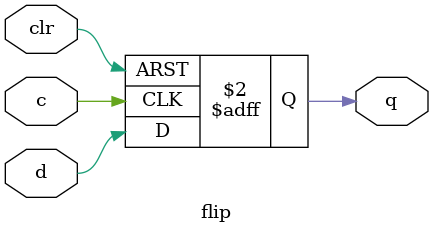
<source format=sv>
module flip(d,c,q,clr);
input logic d,c,clr;
output logic q;
always_ff @ (posedge c, posedge clr) begin
if(clr) q = 1'b0;
else q <= d;
end
endmodule

</source>
